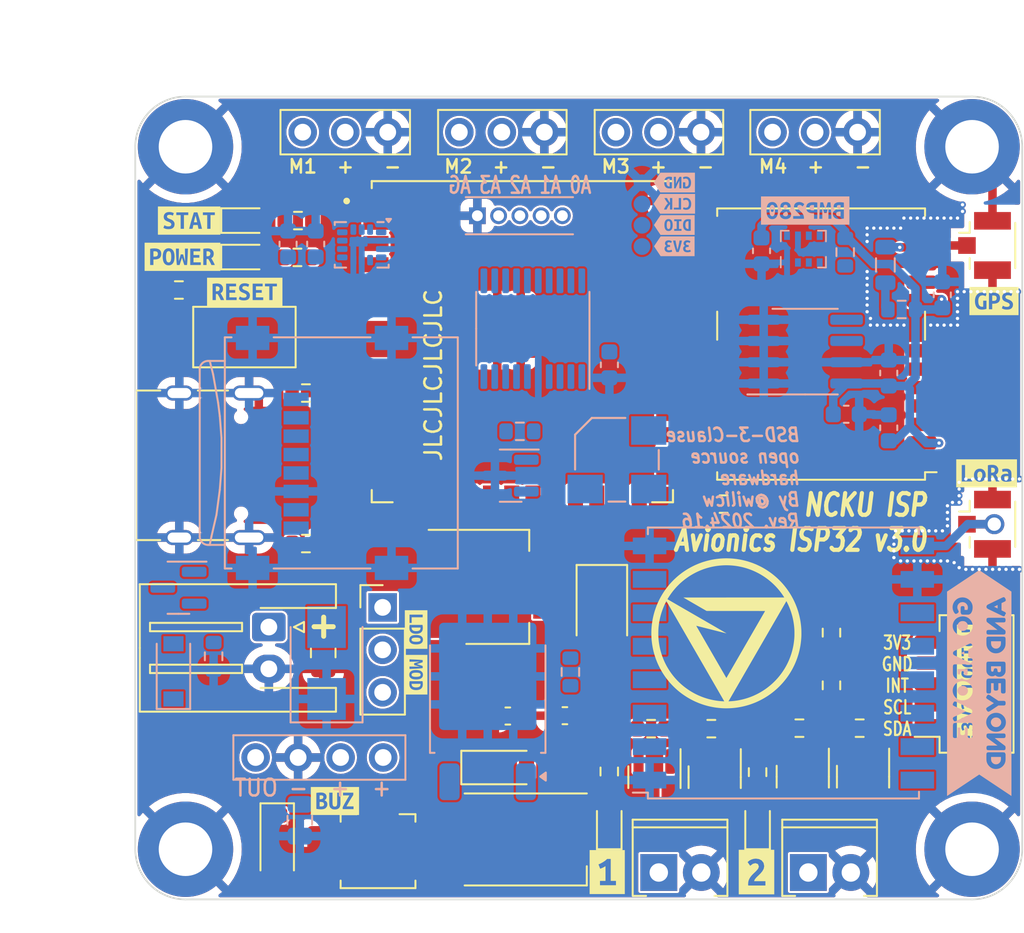
<source format=kicad_pcb>
(kicad_pcb (version 20221018) (generator pcbnew)
  (layers (0 "F.Cu" signal) (31 "B.Cu" signal) (34 "B.Paste" user) (35 "F.Paste" user) (36 "B.SilkS" user "B.Silkscreen") (37 "F.SilkS" user "F.Silkscreen") (38 "B.Mask" user) (39 "F.Mask" user) (44 "Edge.Cuts" user))
  (net 0 "")
  (net 1 "+5V")
  (net 2 "GND")
  (net 3 "+BATT")
  (net 4 "+3V3")
  (net 5 "Net-(D1-A)")
  (net 6 "Net-(D2-A)")
  (net 7 "Net-(D3-A)")
  (net 8 "Net-(D4-A)")
  (net 9 "Net-(D5-A)")
  (net 10 "Net-(D6-A2)")
  (net 11 "EXT_INT")
  (net 12 "SCL")
  (net 13 "cc1")
  (net 15 "SD_D2")
  (net 16 "Net-(D8-A)")
  (net 17 "cc2")
  (net 20 "Net-(J5-In)")
  (net 21 "Net-(J6-Pin_1)")
  (net 22 "SD_D3")
  (net 23 "SD_CMD")
  (net 24 "Net-(J7-Pin_1)")
  (net 25 "Net-(L2-Pad1)")
  (net 26 "SERVO0")
  (net 27 "SERVO1")
  (net 28 "SERVO2")
  (net 29 "SERVO3")
  (net 30 "FIRE0")
  (net 31 "IO0")
  (net 32 "FIRE1")
  (net 33 "Net-(D9-A)")
  (net 34 "Buzz")
  (net 35 "Net-(J10-In)")
  (net 36 "Net-(J11-Pin_3)")
  (net 37 "RST")
  (net 38 "SD_CLK")
  (net 39 "SD_D0")
  (net 40 "SDA")
  (net 41 "INDI")
  (net 42 "Net-(J13-Pin_1)")
  (net 43 "LORA_SS")
  (net 44 "Net-(Q1-D)")
  (net 45 "Net-(Q4-D)")
  (net 46 "Net-(U10-CSB)")
  (net 48 "D+")
  (net 49 "D-")
  (net 57 "Net-(U6-SDA)")
  (net 58 "Net-(U6-SCL)")
  (net 63 "SD_D1")
  (net 65 "RGB")
  (net 66 "IMU_INT")
  (net 67 "LORA_RST")
  (net 71 "ADC0")
  (net 72 "ADC1")
  (net 75 "TX1")
  (net 76 "Net-(Q2-B)")
  (net 78 "LORA_D1")
  (net 81 "RX1")
  (net 84 "SWDIO")
  (net 85 "ADC2")
  (net 86 "ADC3")
  (net 87 "SWCLK")
  (net 89 "MOSI_1")
  (net 90 "SCK_1")
  (net 92 "MISO_1")
  (net 93 "LORA_BUSY")
  (footprint "kibuzzard-641A73AC" (layer "F.Cu") (at 126.740343 51.859957)
    (fp_text reference "kibuzzard-641A73AC" hide)
    (fp_text value "G***" hide)
  )
  (footprint "Package_TO_SOT_SMD:SOT-23" (layer "F.Cu") (at 119.3556 69.9962 -90)
    (fp_text reference "Q1" hide)
    (fp_text value "BSS138" hide)
  )
  (footprint "Button_Switch_SMD:SW_SPST_FSMSM" (layer "F.Cu") (at 82.3916 43.7137)
    (fp_text reference "SW1" hide)
    (fp_text value "RST" hide)
  )
  (footprint "Resistor_SMD:R_0603_1608Metric" (layer "F.Cu") (at 113.0556 69.725 90)
    (fp_text reference "R22" hide)
    (fp_text value "1k" hide)
  )
  (footprint "LED_SMD:LED_0603_1608Metric" (layer "F.Cu") (at 82.49 36.75)
    (fp_text reference "D3" hide)
    (fp_text value "ESP_LED" hide)
  )
  (footprint "Package_TO_SOT_SMD:SOT-23" (layer "F.Cu") (at 115.7556 69.9962 -90)
    (fp_text reference "Q3" hide)
    (fp_text value "IRLML6402" hide)
  )
  (footprint "Diode_SMD:D_SOD-123" (layer "F.Cu") (at 97.6 69.45)
    (fp_text reference "D8" hide)
    (fp_text value "D_Shockley" hide)
  )
  (footprint "isp_logo:isp_logo" (layer "F.Cu") (at 111.189 61.4236)
    (fp_text reference "G***" hide)
    (fp_text value "LOGO" hide)
  )
  (footprint "kibuzzard-641A73E5" (layer "F.Cu") (at 79.087543 36.749957)
    (fp_text reference "kibuzzard-641A73E5" hide)
    (fp_text value "G***" hide)
  )
  (footprint "Connector_USB:USB_C_Receptacle_Palconn_UTC16-G" (layer "F.Cu") (at 80.74 51.38 -90)
    (fp_text reference "J3" hide)
    (fp_text value "USB_C_Receptacle_USB2.0" hide)
  )
  (footprint "Resistor_SMD:R_0603_1608Metric" (layer "F.Cu") (at 115.5556 67.0962)
    (fp_text reference "R20" hide)
    (fp_text value "100K" hide)
  )
  (footprint "Resistor_SMD:R_0603_1608Metric" (layer "F.Cu") (at 86.0653 56.06)
    (fp_text reference "R7" hide)
    (fp_text value "5k1" hide)
  )
  (footprint "kibuzzard-641A73FA" (layer "F.Cu") (at 78.690668 38.914957)
    (fp_text reference "kibuzzard-641A73FA" hide)
    (fp_text value "G***" hide)
  )
  (footprint "Resistor_SMD:R_0603_1608Metric" (layer "F.Cu") (at 117.4703 61.385 90)
    (fp_text reference "R6" hide)
    (fp_text value "4k7" hide)
  )
  (footprint "Package_TO_SOT_SMD:SOT-223-3_TabPin2" (layer "F.Cu") (at 97.5 58.65)
    (fp_text reference "U1" hide)
    (fp_text value "AZ1117-3.3" hide)
  )
  (footprint "Resistor_SMD:R_0603_1608Metric" (layer "F.Cu") (at 119.1556 67.0962 180)
    (fp_text reference "R16" hide)
    (fp_text value "100K" hide)
  )
  (footprint "Resistor_SMD:R_0603_1608Metric" (layer "F.Cu") (at 110.2916 67.1262 180)
    (fp_text reference "R23" hide)
    (fp_text value "100K" hide)
  )
  (footprint "Resistor_SMD:R_0603_1608Metric" (layer "F.Cu") (at 85.5575 38.95 180)
    (fp_text reference "R18" hide)
    (fp_text value "1k" hide)
  )
  (footprint "Package_TO_SOT_SMD:SOT-23" (layer "F.Cu") (at 110.4916 70.0262 -90)
    (fp_text reference "Q4" hide)
    (fp_text value "BSS138" hide)
  )
  (footprint "Resistor_SMD:R_0603_1608Metric" (layer "F.Cu") (at 86.0653 47.06)
    (fp_text reference "R5" hide)
    (fp_text value "5k1" hide)
  )
  (footprint "Connector_PinHeader_2.54mm:PinHeader_1x03_P2.54mm_Vertical" (layer "F.Cu") (at 113.9499 31.4637 90)
    (fp_text reference "M4" hide)
    (fp_text value "Motor_Servo" hide)
  )
  (footprint "Connector_Molex:Molex_PicoBlade_53261-0571_1x05-1MP_P1.25mm_Horizontal" (layer "F.Cu") (at 125.639 64.4536 90)
    (fp_text reference "J2" hide)
    (fp_text value "ExtBoard" hide)
  )
  (footprint "Capacitor_SMD:C_0603_1608Metric" (layer "F.Cu") (at 98.1303 66.37 180)
    (fp_text reference "C6" hide)
    (fp_text value "22u" hide)
  )
  (footprint "Connector_PinHeader_2.54mm:PinHeader_1x03_P2.54mm_Vertical" (layer "F.Cu") (at 85.8749 31.4637 90)
    (fp_text reference "M1" hide)
    (fp_text value "Motor_Servo" hide)
  )
  (footprint "Resistor_SMD:R_0603_1608Metric" (layer "F.Cu") (at 117.4703 64.535 -90)
    (fp_text reference "R4" hide)
    (fp_text value "4k7" hide)
  )
  (footprint "Connector_Coaxial:U.FL_Hirose_U.FL-R-SMT-1_Vertical" (layer "F.Cu") (at 126.6166 38.2387)
    (fp_text reference "J5" hide)
    (fp_text value "GPS_ANT" hide)
  )
  (footprint "kibuzzard-661FBC0A" (layer "F.Cu") (at 92.65 63.9 -90)
    (fp_text reference "kibuzzard-661FBC0A" hide)
    (fp_text value "G***" hide)
  )
  (footprint "Connector_Molex:Molex_PicoBlade_53261-0271_1x02-1MP_P1.25mm_Horizontal" (layer "F.Cu") (at 90.375 73.95)
    (fp_text reference "J14" hide)
    (fp_text value "BUZZ" hide)
  )
  (footprint "Connector_Coaxial:U.FL_Hirose_U.FL-R-SMT-1_Vertical" (layer "F.Cu") (at 126.6166 54.9037)
    (fp_text reference "J10" hide)
    (fp_text value "LoRa_ANT" hide)
  )
  (footprint "ESP32-S3-WROOM-1U:XCVR_ESP32-S3-WROOM-1U" (layer "F.Cu") (at 99 43.99)
    (fp_text reference "U8" hide)
    (fp_text value "ESP32-S3-WROOM-1U" hide)
  )
  (footprint "LED_SMD:LED_0603_1608Metric" (layer "F.Cu") (at 104.1916 72.85 90)
    (fp_text reference "D4" hide)
    (fp_text value "F1_LED" hide)
  )
  (footprint "Package_TO_SOT_SMD:SOT-23" (layer "F.Cu") (at 106.8916 70.0262 -90)
    (fp_text reference "Q5" hide)
    (fp_text value "IRLML6402" hide)
  )
  (footprint "LED_SMD:LED_0603_1608Metric" (layer "F.Cu") (at 113.0556 72.85 90)
    (fp_text reference "D2" hide)
    (fp_text value "F0_LED" hide)
  )
  (footprint "kibuzzard-641A7704" (layer "F.Cu") (at 87.8 71.45)
    (fp_text reference "kibuzzard-641A7704" hide)
    (fp_text value "G***" hide)
  )
  (footprint "Resistor_SMD:R_0603_1608Metric" (layer "F.Cu") (at 85.5925 36.75 180)
    (fp_text reference "R19" hide)
    (fp_text value "1k" hide)
  )
  (footprint "TerminalBlock_Phoenix:TerminalBlock_Phoenix_MPT-0,5-2-2.54_1x02_P2.54mm_Horizontal" (layer "F.Cu") (at 107.1516 75.7262)
    (fp_text reference "J7" hide)
    (fp_text value "F1" hide)
  )
  (footprint "Connector_PinHeader_2.54mm:PinHeader_1x03_P2.54mm_Vertical" (layer "F.Cu") (at 90.65 59.875)
    (fp_text reference "J13" hide)
    (fp_text value "VIN_SELECT" hide)
  )
  (footprint "kibuzzard-641A7395" (layer "F.Cu") (at 127.180343 41.559957)
    (fp_text reference "kibuzzard-641A7395" hide)
    (fp_text value "G***" hide)
  )
  (footprint "Capacitor_SMD:C_0805_2012Metric" (layer "F.Cu") (at 87.1 62.6 -90)
    (fp_text reference "C5" hide)
    (fp_text value "100n" hide)
  )
  (footprint "kibuzzard-661FBC21" (layer "F.Cu") (at 92.65 61.2 -90)
    (fp_text reference "kibuzzard-661FBC21" hide)
    (fp_text value "G***" hide)
  )
  (footprint "Capacitor_Tantalum_SMD:CP_EIA-3528-12_Kemet-T" (layer "F.Cu") (at 103.75 59.8 -90)
    (fp_text reference "C12" hide)
    (fp_text value "220u" hide)
  )
  (footprint "Capacitor_SMD:C_0603_1608Metric" (layer "F.Cu") (at 101.5403 66.35 180)
    (fp_text reference "C10" hide)
    (fp_text value "22u" hide)
  )
  (footprint "MountingHole:MountingHole_3.2mm_M3_ISO7380_Pad" (layer "F.Cu") (at 125.8703 32.335)
    (fp_text reference "H4" hide)
    (fp_text value "MountingHole_Pad" hide)
  )
  (footprint "MountingHole:MountingHole_3.2mm_M3_ISO7380_Pad" (layer "F.Cu") (at 78.8703 32.335)
    (fp_text reference "H1" hide)
    (fp_text value "MountingHole_Pad" hide)
  )
  (footprint "Diode_SMD:D_SOD-123" (layer "F.Cu") (at 84.35 73.95 -90)
    (fp_text reference "D9" hide)
    (fp_text value "D_Small" hide)
  )
  (footprint "Connector_PinHeader_2.54mm:PinHeader_1x03_P2.54mm_Vertical" (layer "F.Cu") (at 104.5916 31.4637 90)
    (fp_text reference "M3" hide)
    (fp_text value "Motor_Servo" hide)
  )
  (footprint "MountingHole:MountingHole_3.2mm_M3_ISO7380_Pad" (layer "F.Cu") (at 78.8703 74.335)
    (fp_text reference "H2" hide)
    (fp_text value "MountingHole_Pad" hide)
  )
  (footprint "Connector_PinHeader_2.54mm:PinHeader_1x03_P2.54mm_Vertical" (layer "F.Cu") (at 95.2333 31.4637 90)
    (fp_text reference "M2" hide)
    (fp_text value "Motor_Servo" hide)
  )
  (footprint "kibuzzard-641A737F" (layer "F.Cu") (at 82.410343 41.009957)
    (fp_text reference "kibuzzard-641A737F" hide)
    (fp_text value "G***" hide)
  )
  (footprint "Resistor_SMD:R_0603_1608Metric" (layer "F.Cu") (at 106.6916 67.1262)
    (fp_text reference "R24" hide)
    (fp_text value "100K" hide)
  )
  (footprint "Resistor_SMD:R_0603_1608Metric" (layer "F.Cu") (at 104.1916 69.6875 90)
    (fp_text reference "R25" hide)
    (fp_text value "1k" hide)
  )
  (footprint "Resistor_SMD:R_0603_1608Metric" (layer "F.Cu") (at 78.475 40.9)
    (fp_text reference "R1" hide)
    (fp_text value "10k" hide)
  )
  (footprint "Connector_JST:JST_XH_S2B-XH-A-1_1x02_P2.50mm_Horizontal" (layer "F.Cu") (at 83.85 61.05 -90)
    (fp_text reference "J1" hide)
    (fp_text value "BAT1" hide)
  )
  (footprint "kibuzzard-63CD04FB" (layer "F.Cu") (at 112.990343 75.699957)
    (fp_text reference "kibuzzard-63CD04FB" hide)
    (fp_text value "G***" hide)
  )
  (footprint "TerminalBlock_Phoenix:TerminalBlock_Phoenix_MPT-0,5-2-2.54_1x02_P2.54mm_Horizontal" (layer "F.Cu") (at 116.0876 75.7262)
    (fp_text reference "J6" hide)
    (fp_text value "F0" hide)
  )
  (footprint "LED_SMD:LED_0603_1608Metric" (layer "F.Cu") (at 82.4875 38.93)
    (fp_text reference "D5" hide)
    (fp_text value "POWER" hide)
  )
  (footprint "Resistor_SMD:R_0603_1608Metric" (layer "F.Cu") (at 111.025 53.7 180)
    (fp_text reference "R2" hide)
    (fp_text value "10k" hide)
  )
  (footprint "MountingHole:MountingHole_3.2mm_M3_ISO7380_Pad" (layer "F.Cu") (at 125.8703 74.335)
    (fp_text reference "H3" hide)
    (fp_text value "MountingHole_Pad" hide)
  )
  (footprint "LED_SMD:LED_WS2812B_PLCC4_5.0x5.0mm_P3.2mm" (layer "F.Cu") (at 99.2 73.75)
    (fp_text reference "D7" hide)
    (fp_text value "WS2812B" hide)
  )
  (footprint "kibuzzard-63CD04EB" (layer "F.Cu") (at 104.070343 75.699957)
    (fp_text reference "kibuzzard-63CD04EB" hide)
    (fp_text value "G***" hide)
  )
  (footprint "RF_GPS:ublox_NEO" (layer "F.Cu") (at 116.8516 44.1337 180)
    (fp_text reference "U7" hide)
    (fp_text value "NEO-XM" hide)
  )
  (footprint "kibuzzard-661FAECF" (layer "F.Cu") (at 125.639 64.4536 90)
    (fp_text reference "kibuzzard-661FAECF" hide)
    (fp_text value "G***" hide)
  )
  (footprint "Package_LGA:LGA-14_3x2.5mm_P0.5mm_LayoutBorder3x4y" (layer "B.Cu") (at 89.4 38.2 180)
    (fp_text reference "U4" hide)
    (fp_text value "LSM6DSM" hide)
  )
  (footprint "TestPoint:TestPoint_Pad_D1.0mm" (layer "B.Cu") (at 106.15 34.49 90)
    (fp_text reference "TP5" hide)
    (fp_text value "GND" hide)
  )
  (footprint "Capacitor_SMD:C_0603_1608Metric" (layer "B.Cu") (at 120.8916 49.1387 90)
    (fp_text reference "C9" hide)
    (fp_text value "100n" hide)
  )
  (footprint "kibuzzard-63CD1EC0" (layer "B.Cu") (at 108.078743 35.746257 180)
    (fp_text reference "kibuzzard-63CD1EC0" hide)
    (fp_text value "G***" hide)
  )
  (footprint "Resistor_SMD:R_0603_1608Metric" (layer "B.Cu") (at 121.6666 42.0637 180)
    (fp_text reference "R12" hide)
    (fp_text value "22" hide)
  )
  (footprint "Package_SO:TSSOP-20_4.4x6.5mm_P0.65mm" (layer "B.Cu") (at 99.625 43.2125 90)
    (fp_text reference "U3" hide)
    (fp_text value "STM32G030F6" hide)
  )
  (footprint "Buzzer:XDCR_KSSG33J12-3" (layer "B.Cu") (at 104.65 51.05 90)
    (fp_text reference "LS1" hide)
    (fp_text value "5020" hide)
  )
  (footprint "Capacitor_SMD:C_0603_1608Metric" (layer "B.Cu") (at 113.2903 38.56 -90)
    (fp_text reference "C16" hide)
    (fp_text value "100n" hide)
  )
  (footprint "Connector_Card:microSD_HC_Wuerth_693072010801" (layer "B.Cu") (at 87.0303 50.64 -90)
    (fp_text reference "J12" hide)
    (fp_text value "Micro_SD_Card" hide)
  )
  (footprint "Capacitor_SMD:C_0603_1608Metric" (layer "B.Cu") (at 104.2 45.375 -90)
    (fp_text reference "C3" hide)
    (fp_text value "100n" hide)
  )
  (footprint "RF_Module:HOPERF_RFM9XW_SMD" (layer "B.Cu") (at 114.6 63.2)
    (fp_text reference "U9" hide)
    (fp_text value "RFM98W-315S2" hide)
  )
  (footprint "Resistor_SMD:R_0603_1608Metric" (layer "B.Cu") (at 80.55 62.8 -90)
    (fp_text reference "R26" hide)
    (fp_text value "100k" hide)
  )
  (footprint "kibuzzard-661FABB5" (layer "B.Cu") (at 115.9 36.15 180)
    (fp_text reference "kibuzzard-661FABB5" hide)
    (fp_text value "G***" hide)
  )
  (footprint "Package_TO_SOT_SMD:SOT-23" (layer "B.Cu") (at 78.45 58.7 180)
    (fp_text reference "Q6" hide)
    (fp_text value "IRLML6402" hide)
  )
  (footprint "Resistor_SMD:R_0603_1608Metric" (layer "B.Cu") (at 101.8703 63.735 90)
    (fp_text reference "R15" hide)
    (fp_text value "10k" hide)
  )
  (footprint "Capacitor_SMD:C_0603_1608Metric" (layer "B.Cu") (at 86.65 38.15 90)
    (fp_text reference "C23" hide)
    (fp_text value "100n" hide)
  )
  (footprint "TestPoint:TestPoint_Pad_D1.0mm" (layer "B.Cu") (at 106.15 38.3)
    (fp_text reference "TP1" hide)
    (fp_text value "3V3" hide)
  )
  (footprint "Package_TO_SOT_SMD:SOT-23" (layer "B.Cu") (at 98.3 52 180)
    (fp_text reference "Q2" hide)
    (fp_text value "S8050" hide)
  )
  (footprint "kibuzzard-63CD1E61" (layer "B.Cu") (at 108.078743 38.286257 180)
    (fp_text reference "kibuzzard-63CD1E61" hide)
    (fp_text value "G***" hide)
  )
  (footprint "Package_TO_SOT_SMD:TO-252-2" (layer "B.Cu") (at 96.93 65.26 90)
    (fp_text reference "U2" hide)
    (fp_text value "BA05C" hide)
  )
  (footprint "Capacitor_SMD:C_0805_2012Metric" (layer "B.Cu") (at 85.7 72.6 -90)
    (fp_text reference "C15" hide)
    (fp_text value "10u" hide)
  )
  (footprint "Capacitor_SMD:C_0603_1608Metric" (layer "B.Cu") (at 118.3516 48.3287)
    (fp_text reference "C11" hide)
    (fp_text value "100n" hide)
  )
  (footprint "Resistor_SMD:R_0603_1608Metric" (layer "B.Cu") (at 118.2903 38.635 -90)
    (fp_text reference "R14" hide)
    (fp_text value "10k" hide)
  )
  (footprint "Resistor_SMD:R_0603_1608Metric" (layer "B.Cu") (at 98.85 49.35 180)
    (fp_text reference "R3" hide)
    (fp_text value "100" hide)
  )
  (footprint "Connector_PinHeader_2.00mm:PinHeader_1x01_P2.00mm_Vertical" (layer "B.Cu") (at 127.2 54.9)
    (fp_text reference "J9" hide)
    (fp_text value "ANT" hide)
  )
  (footprint "Connector_PinSocket_2.54mm:PinSocket_1x04_P2.54mm_Vertical" (layer "B.Cu") (at 83.06 68.85 -90)
    (fp_text reference "J11" hide)
    (fp_text value "Power Modules" hide)
  )
  (footprint "Capacitor_SMD:C_0603_1608Metric" (layer "B.Cu") (at 85 38.15 90)
    (fp_text reference "C22" hide)
    (fp_text value "1u" hide)
  )
  (footprint "TestPoint:TestPoint_Pad_D1.0mm" (layer "B.Cu") (at 106.15 37.03 90)
    (fp_text reference "TP3" hide)
    (fp_text value "SWDIO" hide)
  )
  (footprint "kibuzzard-63CD1E7F" (layer "B.Cu") (at 108.078743 34.476257 180)
    (fp_text reference "kibuzzard-63CD1E7F" hide)
    (fp_text value "G***" hide)
  )
  (footprint "kibuzzard-63CD1EC5" (layer "B.Cu") (at 108.078743 37.016257 180)
    (fp_text reference "kibuzzard-63CD1EC5" hide)
    (fp_text value "G***" hide)
  )
  (footprint "Capacitor_SMD:C_0603_1608Metric" (layer "B.Cu") (at 120.8916 45.8637 90)
    (fp_text reference "C13" hide)
    (fp_text value "100n" hide)
  )
  (footprint "Diode_SMD:D_SOD-123" (layer "B.Cu") (at 78.15 63.7 90)
    (fp_text reference "D1" hide)
    (fp_text value "Zener" hide)
  )
  (footprint "Diode_SMD:D_SMB" (layer "B.Cu") (at 87.3 63.2 90)
    (fp_text reference "D6" hide)
    (fp_text value "TVS" hide)
  )
  (footprint "Capacitor_SMD:C_0603_1608Metric" (layer "B.Cu") (at 124.0916 41.1887 90)
    (fp_text reference "C14" hide)
    (fp_text value "1u" hide)
  )
  (footprint "TestPoint:TestPoint_Pad_D1.0mm" (layer "B.Cu") (at 106.15 35.76 90)
    (fp_text reference "TP4" hide)
    (fp_text value "SWCLK" hide)
  )
  (footprint "Connector_PinHeader_1.27mm:PinHeader_1x05_P1.27mm_Vertical" (layer "B.Cu") (at 101.3903 36.46 90)
    (fp_text reference "J4" hide)
    (fp_text value "ADC" hide)
  )
  (footprint "Package_SO:SOIC-8_3.9x4.9mm_P1.27mm" (layer "B.Cu") (at 115.8966 44.5837)
    (fp_text reference "U6" hide)
    (fp_text value "24LC32" hide)
  )
  (footprint "kibuzzard-642D97EE" (layer "B.Cu") (at 126.3 64.4 -90)
    (fp_text reference "kibuzzard-642D97EE" hide)
    (fp_text value "G***" hide)
  )
  (footprint "Inductor_SMD:L_0805_2012Metric" (layer "B.Cu") (at 120.6916 39.4012 90)
    (fp_text reference "L2" hide)
    (fp_text value "22u" hide)
  )
  (footprint "Package_LGA:Bosch_LGA-8_2x2.5mm_P0.65mm_ClockwisePinNumbering" (layer "B.Cu") (at 115.7903 38.455)
    (fp_text reference "U10" hide)
    (fp_text value "BMP280" hide)
  )
  (gr_line (start 125.870351 77.334937) (end 78.870343 77.334937) (stroke (width 0.1)) (layer "Edge.Cuts"))
  (gr_line (start 78.870343 29.334937) (end 125.870343 29.334937) (stroke (width 0.1)) (layer "Edge.Cuts"))
  (gr_line (start 128.870343 32.334937) (end 128.870351 74.334937) (stroke (width 0.1)) (layer "Edge.Cuts"))
  (gr_arc (start 75.870343 32.334937) (mid 76.749012 30.213608) (end 78.870343 29.334937) (stroke (width 0.1)) (layer "Edge.Cuts"))
  (gr_line (start 75.870343 74.334937) (end 75.870343 61.334937) (stroke (width 0.1)) (layer "Edge.Cuts"))
  (gr_line (start 75.870343 41.834937) (end 75.870343 32.334937) (stroke (width 0.1)) (layer "Edge.Cuts"))
  (gr_arc (start 78.870343 77.334937) (mid 76.749046 76.456239) (end 75.870343 74.334937) (stroke (width 0.1)) (layer "Edge.Cuts"))
  (gr_arc (start 125.870343 29.334937) (mid 127.991687 30.213599) (end 128.870343 32.334937) (stroke (width 0.1)) (layer "Edge.Cuts"))
  (gr_arc (start 128.870351 74.334937) (mid 127.991691 76.456281) (end 125.870351 77.334937) (stroke (width 0.1)) (layer "Edge.Cuts"))
  (gr_line (start 75.870343 61.334937) (end 75.870343 41.834937) (stroke (width 0.1)) (layer "Edge.Cuts"))
  (gr_text "BSD-3-Clause\nopen source\nhardware\nBy @wilicw\nRev. 2024.16" (at 115.68 52.14) (layer "B.SilkS") (effects (font (size 0.8 0.7) (thickness 0.15) italic) (justify left mirror)))
  (gr_text "A0 A1 A2 A3 AG\n" (at 103.200343 34.629957) (layer "B.SilkS") (effects (font (size 1 0.7)) (justify left mirror)))
  (gr_text "+  +  - OUT" (at 91.25 71.25) (layer "B.SilkS") (effects (font (size 1 0.9)) (justify left bottom mirror)))
  (gr_text "M3  +   -" (at 107.091663 33.513617) (layer "F.SilkS") (effects (font (size 0.8 0.8))))
  (gr_text "M4  +   -" (at 116.491663 33.513617) (layer "F.SilkS") (effects (font (size 0.8 0.8))))
  (gr_text "3V3\nGND\nINT\nSCL\nSDA" (at 121.399 64.563617) (layer "F.SilkS") (effects (font (size 0.8 0.6) (thickness 0.127))))
  (gr_text "JLCJLCJLCJLC" (at 93.680343 45.989957 90) (layer "F.SilkS") (effects (font (size 1 1))))
  (gr_text "+" (at 86 61.8) (layer "F.SilkS") (effects (font (size 1.5 1.5) (thickness 0.3) bold) (justify left bottom)))
  (gr_text "M1  +   -" (at 88.391663 33.513617) (layer "F.SilkS") (effects (font (size 0.8 0.8))))
  (gr_text "M2  +   -" (at 97.691663 33.513617) (layer "F.SilkS") (effects (font (size 0.8 0.8))))
  (gr_text "NCKU ISP\nAvionics ISP32 v3.0" (at 123.3 54.8) (layer "F.SilkS") (effects (font (size 1.3 1) (thickness 0.25) italic) (justify right)))
  (segment (start 127.0916 39.7137) (end 127.0916 40.9084) (width 0.508) (layer "F.Cu") (net 2))
  (segment (start 127.0916 53.4287) (end 127.0916 52.2084) (width 0.508) (layer "F.Cu") (net 2))
  (segment (start 127.0916 33.5563) (end 125.8703 32.335) (width 0.508) (layer "F.Cu") (net 2))
  (segment (start 127.0916 52.2084) (end 127.1 52.2) (width 0.508) (layer "F.Cu") (net 2))
  (segment (start 127.0916 40.9084) (end 127 41) (width 0.508) (layer "F.Cu") (net 2))
  (segment (start 127.0916 56.3787) (end 127.0916 58.451) (width 0.508) (layer "F.Cu") (net 2))
  (segment (start 127.0916 58.451) (end 126.139 59.4036) (width 0.508) (layer "F.Cu") (net 2))
  (segment (start 127.0916 36.7637) (end 127.0916 33.5563) (width 0.508) (layer "F.Cu") (net 2))
  (via (at 119.6 40.2) (size 0.4) (drill 0.2) (layers "F.Cu" "B.Cu") (net 2))
  (via (at 122.6 36.6) (size 0.4) (drill 0.2) (layers "F.Cu" "B.Cu") (net 2))
  (via (at 127.8 41) (size 0.4) (drill 0.2) (layers "F.Cu" "B.Cu") (net 2))
  (via (at 119.6 39.8) (size 0.4) (drill 0.2) (layers "F.Cu" "B.Cu") (net 2))
  (via (at 125 41.4) (size 0.4) (drill 0.2) (layers "F.Cu" "B.Cu") (net 2))
  (via (at 120.2 43) (size 0.4) (drill 0.2) (layers "F.Cu" "B.Cu") (net 2))
  (via (at 127.4 41) (size 0.4) (drill 0.2) (layers "F.Cu" "B.Cu") (net 2))
  (via (at 124.4 54.6) (size 0.4) (drill 0.2) (layers "F.Cu" "B.Cu") (net 2))
  (via (at 122.2 36.6) (size 0.4) (drill 0.2) (layers "F.Cu" "B.Cu") (net 2))
  (via (at 122.9 55.3) (size 0.4) (drill 0.2) (layers "F.Cu" "B.Cu") (net 2))
  (via (at 127.9 57.6) (size 0.4) (drill 0.2) (layers "F.Cu" "B.Cu") (net 2))
  (via (at 128.6 41) (size 0.4) (drill 0.2) (layers "F.Cu" "B.Cu") (net 2))
  (via (at 119.6 41.8) (size 0.4) (drill 0.2) (layers "F.Cu" "B.Cu") (net 2))
  (via (at 126.7 52.2) (size 0.4) (drill 0.2) (layers "F.Cu" "B.Cu") (net 2))
  (via (at 125 42.2) (size 0.4) (drill 0.2) (layers "F.Cu" "B.Cu") (net 2))
  (via (at 120.4 37.2) (size 0.4) (drill 0.2) (layers "F.Cu" "B.Cu") (net 2))
  (via (at 125 43) (size 0.4) (drill 0.2) (layers "F.Cu" "B.Cu") (net 2))
  (via (at 123.4 36.6) (size 0.4) (drill 0.2) (layers "F.Cu" "B.Cu") (net 2))
  (via (at 122.4 57.1) (size 0.4) (drill 0.2) (layers "F.Cu" "B.Cu") (net 2))
  (via (at 123.4 43) (size 0.4) (drill 0.2) (layers "F.Cu" "B.Cu") (net 2))
  (via (at 124.1 55.3) (size 0.4) (drill 0.2) (layers "F.Cu" "B.Cu") (net 2))
  (via (at 124.2 43) (size 0.4) (drill 0.2) (layers "F.Cu" "B.Cu") (net 2))
  (via (at 128.2 41) (size 0.4) (drill 0.2) (layers "F.Cu" "B.Cu") (net 2))
  (via (at 119.6 38) (size 0.4) (drill 0.2) (layers "F.Cu" "B.Cu") (net 2))
  (via (at 127.5 57.6) (size 0.4) (drill 0.2) (layers "F.Cu" "B.Cu") (net 2))
  (via (at 123.3 55.3) (size 0.4) (drill 0.2) (layers "F.Cu" "B.Cu") (net 2))
  (via (at 126.2 41) (size 0.4) (drill 0.2) (layers "F.Cu" "B.Cu") (net 2))
  (via (at 119.6 40.6) (size 0.4) (drill 0.2) (layers "F.Cu" "B.Cu") (net 2))
  (via (at 125 36.6) (size 0.4) (drill 0.2) (layers "F.Cu" "B.Cu") (net 2))
  (via (at 128.3 57.6) (size 0.4) (drill 0.2) (layers "F.Cu" "B.Cu") (net 2))
  (via (at 121.4 43) (size 0.4) (drill 0.2) (layers "F.Cu" "B.Cu") (net 2))
  (via (at 121.2 56.9) (size 0.4) (drill 0.2) (layers "F.Cu" "B.Cu") (net 2))
  (via (at 127.1 52.2) (size 0.4) (drill 0.2) (layers "F.Cu" "B.Cu") (net 2))
  (via (at 125.9 57.6) (size 0.4) (drill 0.2) (layers "F.Cu" "B.Cu") (net 2))
  (via (at 124.7 53.6) (size 0.4) (drill 0.2) (layers "F.Cu" "B.Cu") (net 2))
  (via (at 127.5 52.2) (size 0.4) (drill 0.2) (layers "F.Cu" "B.Cu") (net 2))
  (via (at 124 57.1) (size 0.4) (drill 0.2) (layers "F.Cu" "B.Cu") (net 2))
  (via (at 124.8 57.2) (size 0.4) (drill 0.2) (layers "F.Cu" "B.Cu") (net 2))
  (via (at 122.1 55.3) (size 0.4) (drill 0.2) (layers "F.Cu" "B.Cu") (net 2))
  (via (at 124.2 36.6) (size 0.4) (drill 0.2) (layers "F.Cu" "B.Cu") (net 2))
  (via (at 127.1 57.6) (size 0.4) (drill 0.2) (layers "F.Cu" "B.Cu") (net 2))
  (via (at 124.6 43) (size 0.4) (drill 0.2) (layers "F.Cu" "B.Cu") (net 2))
  (via (at 123.7 55.3) (size 0.4) (drill 0.2) (layers "F.Cu" "B.Cu") (net 2))
  (via (at 125.5 52.2) (size 0.4) (drill 0.2) (layers "F.Cu" "B.Cu") (net 2))
  (via (at 125 41) (size 0.4) (drill 0.2) (layers "F.Cu" "B.Cu") (net 2))
  (via (at 125.1 52.8) (size 0.4) (drill 0.2) (layers "F.Cu" "B.Cu") (net 2))
  (via (at 125.9 52.2) (size 0.4) (drill 0.2) (layers "F.Cu" "B.Cu") (net 2))
  (via (at 119.6 37.2) (size 0.4) (drill 0.2) (layers "F.Cu" "B.Cu") (net 2))
  (via (at 123.2 57.1) (size 0.4) (drill 0.2) (layers "F.Cu" "B.Cu") (net 2))
  (via (at 125.3 35.8) (size 0.4) (drill 0.2) (layers "F.Cu" "B.Cu") (net 2))
  (via (at 123.6 57.1) (size 0.4) (drill 0.2) (layers "F.Cu" "B.Cu") (net 2))
  (via (at 121.2 37.2) (size 0.4) (drill 0.2) (layers "F.Cu" "B.Cu") (net 2))
  (via (at 128.7 57.6) (size 0.4) (drill 0.2) (layers "F.Cu" "B.Cu") (net 2))
  (via (at 122 57.1) (size 0.4) (drill 0.2) (layers "F.Cu" "B.Cu") (net 2))
  (via (at 128.7 52.2) (size 0.4) (drill 0.2) (layers "F.Cu" "B.Cu") (net 2))
  (via (at 119.6 37.6) (size 0.4) (drill 0.2) (layers "F.Cu" "B.Cu") (net 2))
  (via (at 120 37.2) (size 0.4) (drill 0.2) (layers "F.Cu" "B.Cu") (net 2))
  (via (at 122.5 55.3) (size 0.4) (drill 0.2) (layers "F.Cu" "B.Cu") (net 2))
  (via (at 123.8 36.6) (size 0.4) (drill 0.2) (layers "F.Cu" "B.Cu") (net 2))
  (via (at 125 41.8) (size 0.4) (drill 0.2) (layers "F.Cu" "B.Cu") (net 2))
  (via (at 121.6 37.2) (size 0.4) (drill 0.2) (layers "F.Cu" "B.Cu") (net 2))
  (via (at 121.6 57.1) (size 0.4) (drill 0.2) (layers "F.Cu" "B.Cu") (net 2))
  (via (at 123 36.6) (size 0.4) (drill 0.2) (layers "F.Cu" "B.Cu") (net 2))
  (via (at 124.4 53.8) (size 0.4) (drill 0.2) (layers "F.Cu" "B.Cu") (net 2))
  (via (at 126.6 41) (size 0.4) (drill 0.2) (layers "F.Cu" "B.Cu") (net 2))
  (via (at 119.6 41) (size 0.4) (drill 0.2) (layers "F.Cu" "B.Cu") (net 2))
  (via (at 125.8 41) (size 0.4) (drill 0.2) (layers "F.Cu" "B.Cu") (net 2))
  (via (at 128.3 52.2) (size 0.4) (drill 0.2) (layers "F.Cu" "B.Cu") (net 2))
  (via (at 119.8 43) (size 0.4) (drill 0.2) (layers "F.Cu" "B.Cu") (net 2))
  (via (at 121.2 56.1) (size 0.4) (drill 0.2) (layers "F.Cu" "B.Cu") (net 2))
  (via (at 124.4 54.2) (size 0.4) (drill 0.2) (layers "F.Cu" "B.Cu") (net 2))
  (via (at 127 41) (size 0.4) (drill 0.2) (layers "F.Cu" "B.Cu") (net 2))
  (via (at 119.6 42.2) (size 0.4) (drill 0.2) (layers "F.Cu" "B.Cu") (net 2))
  (via (at 125.1 57.5) (size 0.4) (drill 0.2) (layers "F.Cu" "B.Cu") (net 2))
  (via (at 122.8 57.1) (size 0.4) (drill 0.2) (layers "F.Cu" "B.Cu") (net 2))
  (via (at 120.8 37.2) (size 0.4) (drill 0.2) (layers "F.Cu" "B.Cu") (net 2))
  (via (at 125.5 57.6) (size 0.4) (drill 0.2) (layers "F.Cu" "B.Cu") (net 2))
  (via (at 126.7 57.6) (size 0.4) (drill 0.2) (layers "F.Cu" "B.Cu") (net 2))
  (via (at 123.8 43) (size 0.4) (drill 0.2) (layers "F.Cu" "B.Cu") (net 2))
  (via (at 119.6 41.4) (size 0.4) (drill 0.2) (layers "F.Cu" "B.Cu") (net 2))
  (via (at 125.4 41) (size 0.4) (drill 0.2) (layers "F.Cu" "B.Cu") (net 2))
  (via (at 121.3 55.3) (size 0.4) (drill 0.2) (layers "F.Cu" "B.Cu") (net 2))
  (via (at 121 43) (size 0.4) (drill 0.2) (layers "F.Cu" "B.Cu") (net 2))
  (via (at 124.6 36.6) (size 0.4) (drill 0.2) (layers "F.Cu" "B.Cu") (net 2))
  (via (at 121.2 55.7) (size 0.4) (drill 0.2) (layers "F.Cu" "B.Cu") (net 2))
  (via (at 119.8 42.6) (size 0.4) (drill 0.2) (layers "F.Cu" "B.Cu") (net 2))
  (via (at 120.6 43) (size 0.4) (drill 0.2) (layers "F.Cu" "B.Cu") (net 2))
  (via (at 124.4 57.1) (size 0.4) (drill 0.2) (layers "F.Cu" "B.Cu") (net 2))
  (via (at 125 42.6) (size 0.4) (drill 0.2) (layers "F.Cu" "B.Cu") (net 2))
  (via (at 121.2 56.5) (size 0.4) (drill 0.2) (layers "F.Cu" "B.Cu") (net 2))
  (via (at 121.8 36.6) (size 0.4) (drill 0.2) (layers "F.Cu" "B.Cu") (net 2))
  (via (at 124.4 55) (size 0.4) (drill 0.2) (layers "F.Cu" "B.Cu") (net 2))
  (via (at 125.3 36.2) (size 0.4) (drill 0.2) (layers "F.Cu" "B.Cu") (net 2))
  (via (at 125.1 52.4) (size 0.4) (drill 0.2) (layers "F.Cu" "B.Cu") (net 2))
  (via (at 121.8 43) (size 0.4) (drill 0.2) (layers "F.Cu" "B.Cu") (net 2))
  (via (at 121.7 55.3) (size 0.4) (drill 0.2) (layers "F.Cu" "B.Cu") (net 2))
  (via (at 127.9 52.2) (size 0.4) (drill 0.2) (layers "F.Cu" "B.Cu") (net 2))
  (via (at 125.1 53.2) (size 0.4) (drill 0.2) (layers "F.Cu" "B.Cu") (net 2))
  (via (at 126.3 52.2) (size 0.4) (drill 0.2) (layers "F.Cu" "B.Cu") (net 2))
  (via (at 126.3 57.6) (size 0.4) (drill 0.2) (layers "F.Cu" "B.Cu") (net 2))
  (via (at 125.1 53.6) (size 0.4) (drill 0.2) (layers "F.Cu" "B.Cu") (net 2))
  (segment (start 123.9 50.05) (end 122.8679 50.05) (width 0.508) (layer "F.Cu") (net 4))
  (segment (start 122.8516 40.4337) (end 122.8516 41.5337) (width 0.508) (layer "F.Cu") (net 4))
  (segment (start 122.8679 50.05) (end 122.8516 50.0337) (width 0.508) (layer "F.Cu") (net 4))
  (segment (start 124.05 41.45) (end 122.9353 41.45) (width 0.508) (layer "F.Cu") (net 4))
  (segment (start 122.9353 41.45) (end 122.8516 41.5337) (width 0.508) (layer "F.Cu") (net 4))
  (via (at 124.05 41.45) (size 0.4) (drill 0.2) (layers "F.Cu" "B.Cu") (net 4))
  (via (at 123.9 50.05) (size 0.4) (drill 0.2) (layers "F.Cu" "B.Cu") (net 4))
  (segment (start 113.7 36.65) (end 117.55 36.65) (width 0.508) (layer "B.Cu") (net 4))
  (segment (start 123.15 50.05) (end 122.15 49.05) (width 0.508) (layer "B.Cu") (net 4))
  (segment (start 118.3716 46.4887) (end 120.7416 46.4887) (width 0.508) (layer "B.Cu") (net 4))
  (segment (start 120 39.35) (end 121.032136 39.35) (width 0.508) (layer "B.Cu") (net 4))
  (segment (start 122.15 49.05) (end 121.2863 49.9137) (width 0.508) (layer "B.Cu") (net 4))
  (segment (start 117.5766 47.2837) (end 118.3716 46.4887) (width 0.508) (layer "B.Cu") (net 4))
  (segment (start 122.4916 46.1084) (end 122.4916 42.0637) (width 0.508) (layer "B.Cu") (net 4))
  (segment (start 121.9613 46.6387) (end 122.4916 46.1084) (width 0.508) (layer "B.Cu") (net 4))
  (segment (start 118.2903 37.81) (end 118.46 37.81) (width 0.508) (layer "B.Cu") (net 4))
  (segment (start 122.4916 40.809464) (end 122.4916 42.0637) (width 0.508) (layer "B.Cu") (net 4))
  (segment (start 113.2903 37.785) (end 113.2903 37.0597) (width 0.508) (layer "B.Cu") (net 4))
  (segment (start 122.4916 42.0637) (end 123.9916 42.0637) (width 0.508) (layer "B.Cu") (net 4))
  (segment (start 121.9613 46.6387) (end 122.15 46.8274) (width 0.508) (layer "B.Cu") (net 4))
  (segment (start 123.9916 42.0637) (end 124.0916 41.9637) (width 0.508) (layer "B.Cu") (net 4))
  (segment (start 121.2863 49.9137) (end 120.8916 49.9137) (width 0.508) (layer "B.Cu") (net 4))
  (segment (start 113.2903 37.0597) (end 113.7 36.65) (width 0.508) (layer "B.Cu") (net 4))
  (segment (start 121.032136 39.35) (end 122.4916 40.809464) (width 0.508) (layer "B.Cu") (net 4))
  (segment (start 120.7416 46.4887) (end 120.8916 46.6387) (width 0.508) (layer "B.Cu") (net 4))
  (segment (start 122.15 46.8274) (end 122.15 49.05) (width 0.508) (layer "B.Cu") (net 4))
  (segment (start 124.0916 41.4916) (end 124.05 41.45) (width 0.508) (layer "B.Cu") (net 4))
  (segment (start 124.0916 41.9637) (end 124.0916 41.4916) (width 0.508) (layer "B.Cu") (net 4))
  (segment (start 123.9 50.05) (end 123.15 50.05) (width 0.508) (layer "B.Cu") (net 4))
  (segment (start 118.46 37.81) (end 120 39.35) (width 0.508) (layer "B.Cu") (net 4))
  (segment (start 120.8916 46.6387) (end 121.9613 46.6387) (width 0.508) (layer "B.Cu") (net 4))
  (segment (start 118.2903 37.3903) (end 118.2903 37.81) (width 0.508) (layer "B.Cu") (net 4))
  (segment (start 117.55 36.65) (end 118.2903 37.3903) (width 0.508) (layer "B.Cu") (net 4))
  (segment (start 117.5766 48.3287) (end 117.5766 47.2837) (width 0.508) (layer "B.Cu") (net 4))
  (segment (start 125.5666 38.2387) (end 122.8566 38.2387) (width 0.508) (layer "F.Cu") (net 20))
  (segment (start 122.7353 38.35) (end 122.8516 38.2337) (width 0.508) (layer "F.Cu") (net 20))
  (segment (start 122.8566 38.2387) (end 122.8516 38.2337) (width 0.508) (layer "F.Cu") (net 20))
  (segment (start 121.55 38.35) (end 122.7353 38.35) (width 0.508) (layer "F.Cu") (net 20))
  (via (at 121.55 38.35) (size 0.4) (drill 0.2) (layers "F.Cu" "B.Cu") (net 20))
  (segment (start 120.6916 38.3387) (end 121.5387 38.3387) (width 0.508) (layer "B.Cu") (net 20))
  (segment (start 121.5387 38.3387) (end 121.55 38.35) (width 0.508) (layer "B.Cu") (net 20))
  (segment (start 120.6916 40.4637) (end 120.6916 41.9137) (width 0.508) (layer "B.Cu") (net 25))
  (segment (start 120.6916 41.9137) (end 120.8416 42.0637) (width 0.508) (layer "B.Cu") (net 25))
  (segment (start 125.5666 54.9037) (end 127.1963 54.9037) (width 0.508) (layer "F.Cu") (net 35))
  (segment (start 127.1963 54.9037) (end 127.2 54.9) (width 0.508) (layer "F.Cu") (net 35))
  (segment (start 125.61 54.9) (end 127.2 54.9) (width 0.508) (layer "B.Cu") (net 35))
  (segment (start 122.6 56.2) (end 124.31 56.2) (width 0.508) (layer "B.Cu") (net 35))
  (segment (start 124.31 56.2) (end 125.61 54.9) (width 0.508) (layer "B.Cu") (net 35))
  (zone (net 0) (net_name "") (layers "F&B.Cu") (connect_pads (clearance 0)) (min_thickness 0.25)
    (keepout (tracks allowed) (vias allowed) (pads allowed) (copperpour not_allowed) (footprints allowed))
    (fill (thermal_gap 0.5) (thermal_bridge_width 0.5))
    (polygon (pts (xy 125.4 57.4) (xy 128.8 57.4) (xy 128.8 52.4) (xy 125.4 52.4) (xy 125.4 53) (xy 125.2 53) (xy 125.2 53.8) (xy 124.6 53.8) (xy 124.6 56) (xy 125.2 56) (xy 125.2 56.8) (xy 125.4 56.8)))
  )
  (zone (net 0) (net_name "") (layers "F&B.Cu") (connect_pads (clearance 0)) (min_thickness 0.25)
    (keepout (tracks allowed) (vias allowed) (pads allowed) (copperpour not_allowed) (footprints allowed))
    (fill (thermal_gap 0.5) (thermal_bridge_width 0.5))
    (polygon (pts (xy 125.4 35.8) (xy 128.8 35.8) (xy 128.8 40.8) (xy 125.4 40.8) (xy 125.4 39.2) (xy 124.6 39.2) (xy 124.6 37.2) (xy 125.4 37.2)))
  )
  (zone (net 2) (net_name "GND") (layers "F&B.Cu") (name "GND") (connect_pads (clearance 0.127)) (min_thickness 0.2) (fill yes (thermal_gap 0.508) (thermal_bridge_width 0.508))
    (polygon (pts (xy 128.749 77.2136) (xy 75.749 77.2136) (xy 75.749 29.2136) (xy 128.749 29.2136)))
  )
)
</source>
